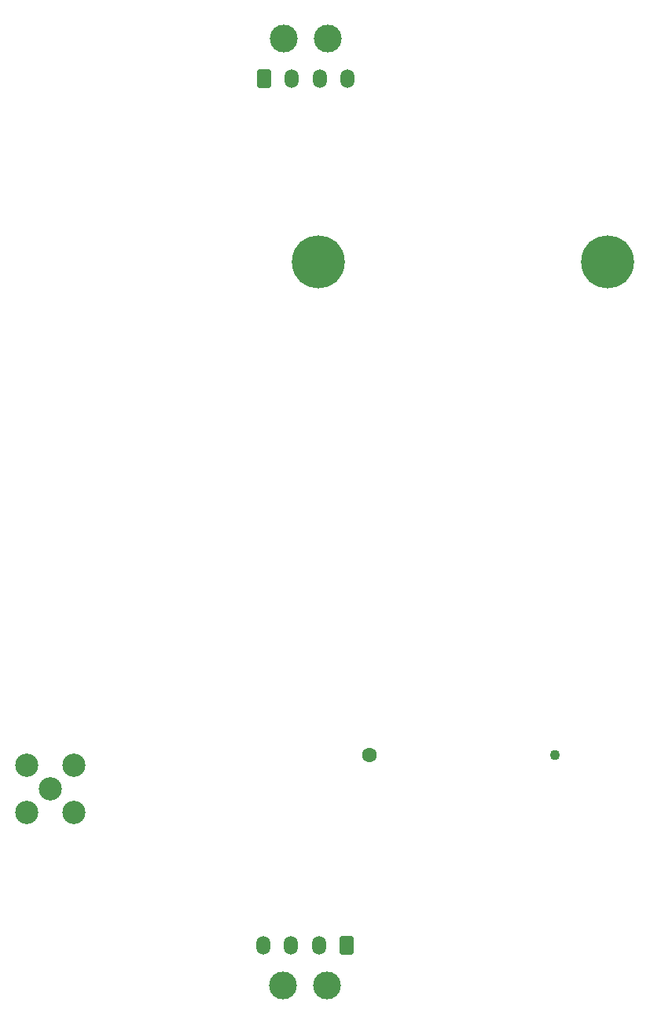
<source format=gbr>
%TF.GenerationSoftware,KiCad,Pcbnew,9.0.7*%
%TF.CreationDate,2026-02-10T22:30:16-08:00*%
%TF.ProjectId,SMU V1,534d5520-5631-42e6-9b69-6361645f7063,rev?*%
%TF.SameCoordinates,Original*%
%TF.FileFunction,Soldermask,Bot*%
%TF.FilePolarity,Negative*%
%FSLAX46Y46*%
G04 Gerber Fmt 4.6, Leading zero omitted, Abs format (unit mm)*
G04 Created by KiCad (PCBNEW 9.0.7) date 2026-02-10 22:30:16*
%MOMM*%
%LPD*%
G01*
G04 APERTURE LIST*
G04 Aperture macros list*
%AMRoundRect*
0 Rectangle with rounded corners*
0 $1 Rounding radius*
0 $2 $3 $4 $5 $6 $7 $8 $9 X,Y pos of 4 corners*
0 Add a 4 corners polygon primitive as box body*
4,1,4,$2,$3,$4,$5,$6,$7,$8,$9,$2,$3,0*
0 Add four circle primitives for the rounded corners*
1,1,$1+$1,$2,$3*
1,1,$1+$1,$4,$5*
1,1,$1+$1,$6,$7*
1,1,$1+$1,$8,$9*
0 Add four rect primitives between the rounded corners*
20,1,$1+$1,$2,$3,$4,$5,0*
20,1,$1+$1,$4,$5,$6,$7,0*
20,1,$1+$1,$6,$7,$8,$9,0*
20,1,$1+$1,$8,$9,$2,$3,0*%
G04 Aperture macros list end*
%ADD10O,1.500000X2.020000*%
%ADD11RoundRect,0.250001X-0.499999X-0.759999X0.499999X-0.759999X0.499999X0.759999X-0.499999X0.759999X0*%
%ADD12C,3.000000*%
%ADD13C,2.502000*%
%ADD14RoundRect,0.250001X0.499999X0.759999X-0.499999X0.759999X-0.499999X-0.759999X0.499999X-0.759999X0*%
%ADD15C,5.702000*%
%ADD16C,1.600000*%
%ADD17C,1.100000*%
G04 APERTURE END LIST*
D10*
%TO.C,J402*%
X79050000Y-46060000D03*
X76050000Y-46060000D03*
X73050000Y-46060000D03*
D11*
X70050000Y-46060000D03*
D12*
X76900000Y-41740000D03*
X72200000Y-41740000D03*
%TD*%
D13*
%TO.C,J1001*%
X49630000Y-125050000D03*
X49630000Y-119970000D03*
X44550000Y-125050000D03*
X44550000Y-119970000D03*
X47090000Y-122510000D03*
%TD*%
D10*
%TO.C,J401*%
X69980000Y-139420000D03*
X72980000Y-139420000D03*
X75980000Y-139420000D03*
D14*
X78980000Y-139420000D03*
D12*
X72130000Y-143740000D03*
X76830000Y-143740000D03*
%TD*%
D15*
%TO.C,MCU201*%
X75905000Y-65860000D03*
X107115000Y-65860000D03*
D16*
X81385000Y-118910000D03*
D17*
X101385000Y-118910000D03*
%TD*%
M02*

</source>
